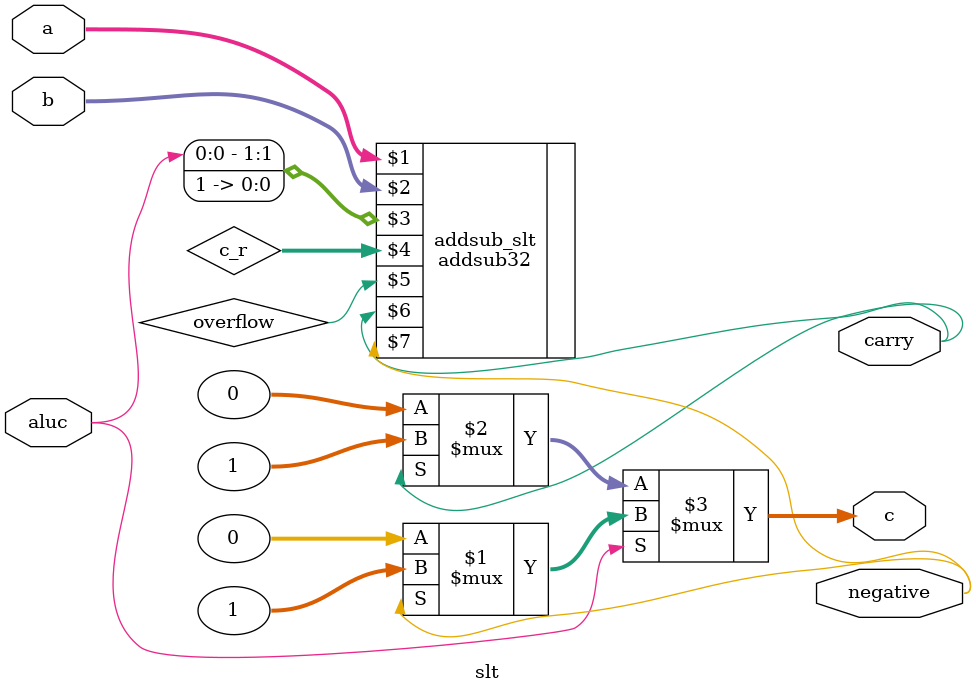
<source format=v>
`timescale 1ns / 1ps
module slt(
		input [31:0] a, //Ô´²Ù×÷Êýrs
		input [31:0] b, //Ô´²Ù×÷Êýrt
		input aluc, //1: sltÔËËã £¬ 0£º sltuÔËËã
		output [31:0] c, //µ±a<b, c = 1,·´Ö®£¬c= 0
		output carry, //½èÎ»±êÖ¾Î»£¨ÎÞ·ûºÅÊý£©
		output negative //¸ºÊý±êÖ¾Î»£¨ÓÐ·ûºÅÊý£©
    );

wire [31:0] c_r;
wire overflow;

addsub32 addsub_slt(a, b, {aluc, 1'b1}, c_r, overflow, carry, negative);
assign c = aluc ? (negative ? 32'b1 : 32'b0) : (carry ? 32'b1 : 32'b0);

endmodule

</source>
